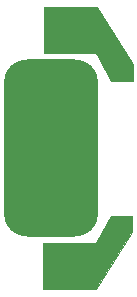
<source format=gbr>
%TF.GenerationSoftware,KiCad,Pcbnew,8.0.1*%
%TF.CreationDate,2024-06-06T13:27:34-04:00*%
%TF.ProjectId,PillPCB,50696c6c-5043-4422-9e6b-696361645f70,rev?*%
%TF.SameCoordinates,Original*%
%TF.FileFunction,Paste,Bot*%
%TF.FilePolarity,Positive*%
%FSLAX46Y46*%
G04 Gerber Fmt 4.6, Leading zero omitted, Abs format (unit mm)*
G04 Created by KiCad (PCBNEW 8.0.1) date 2024-06-06 13:27:34*
%MOMM*%
%LPD*%
G01*
G04 APERTURE LIST*
G04 Aperture macros list*
%AMRoundRect*
0 Rectangle with rounded corners*
0 $1 Rounding radius*
0 $2 $3 $4 $5 $6 $7 $8 $9 X,Y pos of 4 corners*
0 Add a 4 corners polygon primitive as box body*
4,1,4,$2,$3,$4,$5,$6,$7,$8,$9,$2,$3,0*
0 Add four circle primitives for the rounded corners*
1,1,$1+$1,$2,$3*
1,1,$1+$1,$4,$5*
1,1,$1+$1,$6,$7*
1,1,$1+$1,$8,$9*
0 Add four rect primitives between the rounded corners*
20,1,$1+$1,$2,$3,$4,$5,0*
20,1,$1+$1,$4,$5,$6,$7,0*
20,1,$1+$1,$6,$7,$8,$9,0*
20,1,$1+$1,$8,$9,$2,$3,0*%
G04 Aperture macros list end*
%ADD10C,0.100000*%
%ADD11RoundRect,2.000000X2.000000X5.500000X-2.000000X5.500000X-2.000000X-5.500000X2.000000X-5.500000X0*%
G04 APERTURE END LIST*
D10*
%TO.C,REF\u002A\u002A*%
X167640000Y-86568890D02*
X163240036Y-86568890D01*
X163240036Y-82677000D01*
X167640000Y-82677000D01*
X167640000Y-86568890D01*
G36*
X167640000Y-86568890D02*
G01*
X163240036Y-86568890D01*
X163240036Y-82677000D01*
X167640000Y-82677000D01*
X167640000Y-86568890D01*
G37*
X167640000Y-106561890D02*
X163195000Y-106561890D01*
X163195000Y-102670000D01*
X167640000Y-102670000D01*
X167640000Y-106561890D01*
G36*
X167640000Y-106561890D02*
G01*
X163195000Y-106561890D01*
X163195000Y-102670000D01*
X167640000Y-102670000D01*
X167640000Y-106561890D01*
G37*
X170815000Y-87503000D02*
X170815000Y-88900000D01*
X168910000Y-88900000D01*
X167640000Y-86568890D01*
X167005000Y-82677000D01*
X167767000Y-82677000D01*
X170815000Y-87503000D01*
G36*
X170815000Y-87503000D02*
G01*
X170815000Y-88900000D01*
X168910000Y-88900000D01*
X167640000Y-86568890D01*
X167005000Y-82677000D01*
X167767000Y-82677000D01*
X170815000Y-87503000D01*
G37*
X170769964Y-101735890D02*
X167721964Y-106561890D01*
X166959964Y-106561890D01*
X167640000Y-102670000D01*
X168910000Y-100338890D01*
X170769964Y-100338890D01*
X170769964Y-101735890D01*
G36*
X170769964Y-101735890D02*
G01*
X167721964Y-106561890D01*
X166959964Y-106561890D01*
X167640000Y-102670000D01*
X168910000Y-100338890D01*
X170769964Y-100338890D01*
X170769964Y-101735890D01*
G37*
%TD*%
D11*
%TO.C,REF\u002A\u002A*%
X163830000Y-94615000D03*
%TD*%
M02*

</source>
